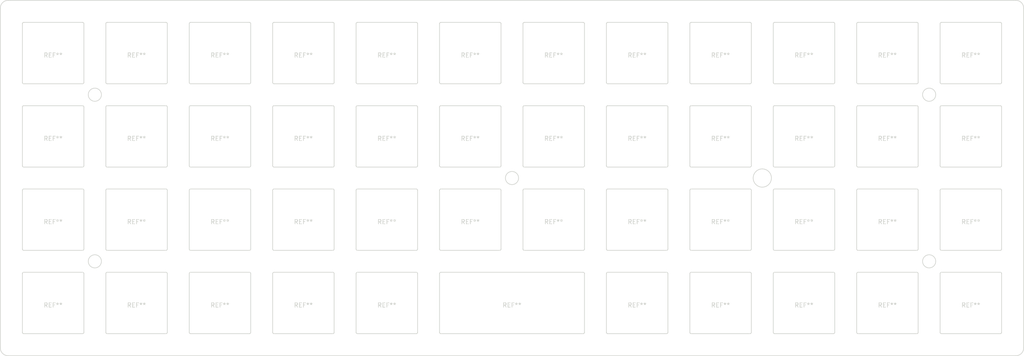
<source format=kicad_pcb>
(kicad_pcb (version 20171130) (host pcbnew 5.0.1)

  (general
    (thickness 1.6)
    (drawings 14)
    (tracks 0)
    (zones 0)
    (modules 47)
    (nets 1)
  )

  (page A4)
  (title_block
    (title SharkPCB)
    (date 2019-02-10)
    (rev V3.0.7)
    (company "Gondolin Electronics")
  )

  (layers
    (0 F.Cu signal)
    (31 B.Cu signal)
    (32 B.Adhes user hide)
    (33 F.Adhes user)
    (34 B.Paste user hide)
    (35 F.Paste user hide)
    (36 B.SilkS user)
    (37 F.SilkS user)
    (38 B.Mask user hide)
    (39 F.Mask user hide)
    (40 Dwgs.User user)
    (41 Cmts.User user)
    (42 Eco1.User user)
    (43 Eco2.User user)
    (44 Edge.Cuts user)
    (45 Margin user hide)
    (46 B.CrtYd user hide)
    (47 F.CrtYd user hide)
    (48 B.Fab user hide)
    (49 F.Fab user hide)
  )

  (setup
    (last_trace_width 0.254)
    (trace_clearance 0.13)
    (zone_clearance 0.127)
    (zone_45_only no)
    (trace_min 0.1)
    (segment_width 0.15)
    (edge_width 0.15)
    (via_size 0.45)
    (via_drill 0.2)
    (via_min_size 0.45)
    (via_min_drill 0.2)
    (uvia_size 0.45)
    (uvia_drill 0.2)
    (uvias_allowed no)
    (uvia_min_size 0.2)
    (uvia_min_drill 0.1)
    (pcb_text_width 0.3)
    (pcb_text_size 1.5 1.5)
    (mod_edge_width 0.15)
    (mod_text_size 1 1)
    (mod_text_width 0.15)
    (pad_size 1 2.2)
    (pad_drill 0.6)
    (pad_to_mask_clearance 0.051)
    (solder_mask_min_width 0.25)
    (aux_axis_origin 0 0)
    (grid_origin 148.463 102.743)
    (visible_elements FFFFFF7F)
    (pcbplotparams
      (layerselection 0x018f0_ffffffff)
      (usegerberextensions true)
      (usegerberattributes false)
      (usegerberadvancedattributes false)
      (creategerberjobfile false)
      (excludeedgelayer false)
      (linewidth 0.100000)
      (plotframeref false)
      (viasonmask false)
      (mode 1)
      (useauxorigin false)
      (hpglpennumber 1)
      (hpglpenspeed 20)
      (hpglpendiameter 15.000000)
      (psnegative false)
      (psa4output false)
      (plotreference true)
      (plotvalue true)
      (plotinvisibletext false)
      (padsonsilk false)
      (subtractmaskfromsilk false)
      (outputformat 1)
      (mirror false)
      (drillshape 0)
      (scaleselection 1)
      (outputdirectory "../../gerbers/1Space/"))
  )

  (net 0 "")

  (net_class Default "This is the default net class."
    (clearance 0.13)
    (trace_width 0.254)
    (via_dia 0.45)
    (via_drill 0.2)
    (uvia_dia 0.45)
    (uvia_drill 0.2)
  )

  (net_class Fine ""
    (clearance 0.13)
    (trace_width 0.13)
    (via_dia 0.508)
    (via_drill 0.2032)
    (uvia_dia 0.45)
    (uvia_drill 0.2)
  )

  (module switchSlots:slot100 (layer F.Cu) (tedit 5C648BB5) (tstamp 5C70FF96)
    (at 233.963 131.243)
    (fp_text reference REF** (at 0 0.5) (layer Edge.Cuts)
      (effects (font (size 1 1) (thickness 0.15)))
    )
    (fp_text value slot100 (at 0 -0.5) (layer F.Fab)
      (effects (font (size 1 1) (thickness 0.15)))
    )
    (fp_line (start 6.7 -7) (end -6.7 -7) (layer Edge.Cuts) (width 0.15))
    (fp_line (start -7 -6.7) (end -7 6.7) (layer Edge.Cuts) (width 0.15))
    (fp_line (start -6.7 7) (end 6.7 7) (layer Edge.Cuts) (width 0.15))
    (fp_line (start 7 6.7) (end 7 -6.7) (layer Edge.Cuts) (width 0.15))
    (fp_arc (start -6.7 -6.7) (end -6.7 -7) (angle -90) (layer Edge.Cuts) (width 0.15))
    (fp_arc (start 6.7 -6.7) (end 7 -6.7) (angle -90) (layer Edge.Cuts) (width 0.15))
    (fp_arc (start 6.7 6.7) (end 6.7 7) (angle -90) (layer Edge.Cuts) (width 0.15))
    (fp_arc (start -6.7 6.7) (end -7 6.7) (angle -90) (layer Edge.Cuts) (width 0.15))
  )

  (module switchSlots:slot100 (layer F.Cu) (tedit 5C648BB5) (tstamp 5C70FF8B)
    (at 233.963 112.243)
    (fp_text reference REF** (at 0 0.5) (layer Edge.Cuts)
      (effects (font (size 1 1) (thickness 0.15)))
    )
    (fp_text value slot100 (at 0 -0.5) (layer F.Fab)
      (effects (font (size 1 1) (thickness 0.15)))
    )
    (fp_arc (start -6.7 6.7) (end -7 6.7) (angle -90) (layer Edge.Cuts) (width 0.15))
    (fp_arc (start 6.7 6.7) (end 6.7 7) (angle -90) (layer Edge.Cuts) (width 0.15))
    (fp_arc (start 6.7 -6.7) (end 7 -6.7) (angle -90) (layer Edge.Cuts) (width 0.15))
    (fp_arc (start -6.7 -6.7) (end -6.7 -7) (angle -90) (layer Edge.Cuts) (width 0.15))
    (fp_line (start 7 6.7) (end 7 -6.7) (layer Edge.Cuts) (width 0.15))
    (fp_line (start -6.7 7) (end 6.7 7) (layer Edge.Cuts) (width 0.15))
    (fp_line (start -7 -6.7) (end -7 6.7) (layer Edge.Cuts) (width 0.15))
    (fp_line (start 6.7 -7) (end -6.7 -7) (layer Edge.Cuts) (width 0.15))
  )

  (module switchSlots:slot100 (layer F.Cu) (tedit 5C648BB5) (tstamp 5C70FF80)
    (at 233.963 74.243)
    (fp_text reference REF** (at 0 0.5) (layer Edge.Cuts)
      (effects (font (size 1 1) (thickness 0.15)))
    )
    (fp_text value slot100 (at 0 -0.5) (layer F.Fab)
      (effects (font (size 1 1) (thickness 0.15)))
    )
    (fp_line (start 6.7 -7) (end -6.7 -7) (layer Edge.Cuts) (width 0.15))
    (fp_line (start -7 -6.7) (end -7 6.7) (layer Edge.Cuts) (width 0.15))
    (fp_line (start -6.7 7) (end 6.7 7) (layer Edge.Cuts) (width 0.15))
    (fp_line (start 7 6.7) (end 7 -6.7) (layer Edge.Cuts) (width 0.15))
    (fp_arc (start -6.7 -6.7) (end -6.7 -7) (angle -90) (layer Edge.Cuts) (width 0.15))
    (fp_arc (start 6.7 -6.7) (end 7 -6.7) (angle -90) (layer Edge.Cuts) (width 0.15))
    (fp_arc (start 6.7 6.7) (end 6.7 7) (angle -90) (layer Edge.Cuts) (width 0.15))
    (fp_arc (start -6.7 6.7) (end -7 6.7) (angle -90) (layer Edge.Cuts) (width 0.15))
  )

  (module switchSlots:slot100 (layer F.Cu) (tedit 5C648BB5) (tstamp 5C70FDE6)
    (at 81.963 131.243)
    (fp_text reference REF** (at 0 0.5) (layer Edge.Cuts)
      (effects (font (size 1 1) (thickness 0.15)))
    )
    (fp_text value slot100 (at 0 -0.5) (layer F.Fab)
      (effects (font (size 1 1) (thickness 0.15)))
    )
    (fp_line (start 6.7 -7) (end -6.7 -7) (layer Edge.Cuts) (width 0.15))
    (fp_line (start -7 -6.7) (end -7 6.7) (layer Edge.Cuts) (width 0.15))
    (fp_line (start -6.7 7) (end 6.7 7) (layer Edge.Cuts) (width 0.15))
    (fp_line (start 7 6.7) (end 7 -6.7) (layer Edge.Cuts) (width 0.15))
    (fp_arc (start -6.7 -6.7) (end -6.7 -7) (angle -90) (layer Edge.Cuts) (width 0.15))
    (fp_arc (start 6.7 -6.7) (end 7 -6.7) (angle -90) (layer Edge.Cuts) (width 0.15))
    (fp_arc (start 6.7 6.7) (end 6.7 7) (angle -90) (layer Edge.Cuts) (width 0.15))
    (fp_arc (start -6.7 6.7) (end -7 6.7) (angle -90) (layer Edge.Cuts) (width 0.15))
  )

  (module switchSlots:slot100 (layer F.Cu) (tedit 5C648BB5) (tstamp 5C70FDDB)
    (at 252.963 131.243)
    (fp_text reference REF** (at 0 0.5) (layer Edge.Cuts)
      (effects (font (size 1 1) (thickness 0.15)))
    )
    (fp_text value slot100 (at 0 -0.5) (layer F.Fab)
      (effects (font (size 1 1) (thickness 0.15)))
    )
    (fp_arc (start -6.7 6.7) (end -7 6.7) (angle -90) (layer Edge.Cuts) (width 0.15))
    (fp_arc (start 6.7 6.7) (end 6.7 7) (angle -90) (layer Edge.Cuts) (width 0.15))
    (fp_arc (start 6.7 -6.7) (end 7 -6.7) (angle -90) (layer Edge.Cuts) (width 0.15))
    (fp_arc (start -6.7 -6.7) (end -6.7 -7) (angle -90) (layer Edge.Cuts) (width 0.15))
    (fp_line (start 7 6.7) (end 7 -6.7) (layer Edge.Cuts) (width 0.15))
    (fp_line (start -6.7 7) (end 6.7 7) (layer Edge.Cuts) (width 0.15))
    (fp_line (start -7 -6.7) (end -7 6.7) (layer Edge.Cuts) (width 0.15))
    (fp_line (start 6.7 -7) (end -6.7 -7) (layer Edge.Cuts) (width 0.15))
  )

  (module switchSlots:slot100 (layer F.Cu) (tedit 5C648BB5) (tstamp 5C70FDC5)
    (at 195.963 131.243)
    (fp_text reference REF** (at 0 0.5) (layer Edge.Cuts)
      (effects (font (size 1 1) (thickness 0.15)))
    )
    (fp_text value slot100 (at 0 -0.5) (layer F.Fab)
      (effects (font (size 1 1) (thickness 0.15)))
    )
    (fp_line (start 6.7 -7) (end -6.7 -7) (layer Edge.Cuts) (width 0.15))
    (fp_line (start -7 -6.7) (end -7 6.7) (layer Edge.Cuts) (width 0.15))
    (fp_line (start -6.7 7) (end 6.7 7) (layer Edge.Cuts) (width 0.15))
    (fp_line (start 7 6.7) (end 7 -6.7) (layer Edge.Cuts) (width 0.15))
    (fp_arc (start -6.7 -6.7) (end -6.7 -7) (angle -90) (layer Edge.Cuts) (width 0.15))
    (fp_arc (start 6.7 -6.7) (end 7 -6.7) (angle -90) (layer Edge.Cuts) (width 0.15))
    (fp_arc (start 6.7 6.7) (end 6.7 7) (angle -90) (layer Edge.Cuts) (width 0.15))
    (fp_arc (start -6.7 6.7) (end -7 6.7) (angle -90) (layer Edge.Cuts) (width 0.15))
  )

  (module switchSlots:slot100 (layer F.Cu) (tedit 5C648BB5) (tstamp 5C70FDBA)
    (at 176.963 131.243)
    (fp_text reference REF** (at 0 0.5) (layer Edge.Cuts)
      (effects (font (size 1 1) (thickness 0.15)))
    )
    (fp_text value slot100 (at 0 -0.5) (layer F.Fab)
      (effects (font (size 1 1) (thickness 0.15)))
    )
    (fp_arc (start -6.7 6.7) (end -7 6.7) (angle -90) (layer Edge.Cuts) (width 0.15))
    (fp_arc (start 6.7 6.7) (end 6.7 7) (angle -90) (layer Edge.Cuts) (width 0.15))
    (fp_arc (start 6.7 -6.7) (end 7 -6.7) (angle -90) (layer Edge.Cuts) (width 0.15))
    (fp_arc (start -6.7 -6.7) (end -6.7 -7) (angle -90) (layer Edge.Cuts) (width 0.15))
    (fp_line (start 7 6.7) (end 7 -6.7) (layer Edge.Cuts) (width 0.15))
    (fp_line (start -6.7 7) (end 6.7 7) (layer Edge.Cuts) (width 0.15))
    (fp_line (start -7 -6.7) (end -7 6.7) (layer Edge.Cuts) (width 0.15))
    (fp_line (start 6.7 -7) (end -6.7 -7) (layer Edge.Cuts) (width 0.15))
  )

  (module switchSlots:slot100 (layer F.Cu) (tedit 5C648BB5) (tstamp 5C70FDA4)
    (at 100.963 131.243)
    (fp_text reference REF** (at 0 0.5) (layer Edge.Cuts)
      (effects (font (size 1 1) (thickness 0.15)))
    )
    (fp_text value slot100 (at 0 -0.5) (layer F.Fab)
      (effects (font (size 1 1) (thickness 0.15)))
    )
    (fp_arc (start -6.7 6.7) (end -7 6.7) (angle -90) (layer Edge.Cuts) (width 0.15))
    (fp_arc (start 6.7 6.7) (end 6.7 7) (angle -90) (layer Edge.Cuts) (width 0.15))
    (fp_arc (start 6.7 -6.7) (end 7 -6.7) (angle -90) (layer Edge.Cuts) (width 0.15))
    (fp_arc (start -6.7 -6.7) (end -6.7 -7) (angle -90) (layer Edge.Cuts) (width 0.15))
    (fp_line (start 7 6.7) (end 7 -6.7) (layer Edge.Cuts) (width 0.15))
    (fp_line (start -6.7 7) (end 6.7 7) (layer Edge.Cuts) (width 0.15))
    (fp_line (start -7 -6.7) (end -7 6.7) (layer Edge.Cuts) (width 0.15))
    (fp_line (start 6.7 -7) (end -6.7 -7) (layer Edge.Cuts) (width 0.15))
  )

  (module switchSlots:slot100 (layer F.Cu) (tedit 5C648BB5) (tstamp 5C70FD99)
    (at 119.963 131.243)
    (fp_text reference REF** (at 0 0.5) (layer Edge.Cuts)
      (effects (font (size 1 1) (thickness 0.15)))
    )
    (fp_text value slot100 (at 0 -0.5) (layer F.Fab)
      (effects (font (size 1 1) (thickness 0.15)))
    )
    (fp_line (start 6.7 -7) (end -6.7 -7) (layer Edge.Cuts) (width 0.15))
    (fp_line (start -7 -6.7) (end -7 6.7) (layer Edge.Cuts) (width 0.15))
    (fp_line (start -6.7 7) (end 6.7 7) (layer Edge.Cuts) (width 0.15))
    (fp_line (start 7 6.7) (end 7 -6.7) (layer Edge.Cuts) (width 0.15))
    (fp_arc (start -6.7 -6.7) (end -6.7 -7) (angle -90) (layer Edge.Cuts) (width 0.15))
    (fp_arc (start 6.7 -6.7) (end 7 -6.7) (angle -90) (layer Edge.Cuts) (width 0.15))
    (fp_arc (start 6.7 6.7) (end 6.7 7) (angle -90) (layer Edge.Cuts) (width 0.15))
    (fp_arc (start -6.7 6.7) (end -7 6.7) (angle -90) (layer Edge.Cuts) (width 0.15))
  )

  (module switchSlots:slot100 (layer F.Cu) (tedit 5C648BB5) (tstamp 5C70FD8E)
    (at 214.963 131.243)
    (fp_text reference REF** (at 0 0.5) (layer Edge.Cuts)
      (effects (font (size 1 1) (thickness 0.15)))
    )
    (fp_text value slot100 (at 0 -0.5) (layer F.Fab)
      (effects (font (size 1 1) (thickness 0.15)))
    )
    (fp_arc (start -6.7 6.7) (end -7 6.7) (angle -90) (layer Edge.Cuts) (width 0.15))
    (fp_arc (start 6.7 6.7) (end 6.7 7) (angle -90) (layer Edge.Cuts) (width 0.15))
    (fp_arc (start 6.7 -6.7) (end 7 -6.7) (angle -90) (layer Edge.Cuts) (width 0.15))
    (fp_arc (start -6.7 -6.7) (end -6.7 -7) (angle -90) (layer Edge.Cuts) (width 0.15))
    (fp_line (start 7 6.7) (end 7 -6.7) (layer Edge.Cuts) (width 0.15))
    (fp_line (start -6.7 7) (end 6.7 7) (layer Edge.Cuts) (width 0.15))
    (fp_line (start -7 -6.7) (end -7 6.7) (layer Edge.Cuts) (width 0.15))
    (fp_line (start 6.7 -7) (end -6.7 -7) (layer Edge.Cuts) (width 0.15))
  )

  (module switchSlots:slot100 (layer F.Cu) (tedit 5C648BB5) (tstamp 5C70FD83)
    (at 62.963 131.243)
    (fp_text reference REF** (at 0 0.5) (layer Edge.Cuts)
      (effects (font (size 1 1) (thickness 0.15)))
    )
    (fp_text value slot100 (at 0 -0.5) (layer F.Fab)
      (effects (font (size 1 1) (thickness 0.15)))
    )
    (fp_arc (start -6.7 6.7) (end -7 6.7) (angle -90) (layer Edge.Cuts) (width 0.15))
    (fp_arc (start 6.7 6.7) (end 6.7 7) (angle -90) (layer Edge.Cuts) (width 0.15))
    (fp_arc (start 6.7 -6.7) (end 7 -6.7) (angle -90) (layer Edge.Cuts) (width 0.15))
    (fp_arc (start -6.7 -6.7) (end -6.7 -7) (angle -90) (layer Edge.Cuts) (width 0.15))
    (fp_line (start 7 6.7) (end 7 -6.7) (layer Edge.Cuts) (width 0.15))
    (fp_line (start -6.7 7) (end 6.7 7) (layer Edge.Cuts) (width 0.15))
    (fp_line (start -7 -6.7) (end -7 6.7) (layer Edge.Cuts) (width 0.15))
    (fp_line (start 6.7 -7) (end -6.7 -7) (layer Edge.Cuts) (width 0.15))
  )

  (module switchSlots:slot100 (layer F.Cu) (tedit 5C648BB5) (tstamp 5C70FD78)
    (at 43.963 131.243)
    (fp_text reference REF** (at 0 0.5) (layer Edge.Cuts)
      (effects (font (size 1 1) (thickness 0.15)))
    )
    (fp_text value slot100 (at 0 -0.5) (layer F.Fab)
      (effects (font (size 1 1) (thickness 0.15)))
    )
    (fp_line (start 6.7 -7) (end -6.7 -7) (layer Edge.Cuts) (width 0.15))
    (fp_line (start -7 -6.7) (end -7 6.7) (layer Edge.Cuts) (width 0.15))
    (fp_line (start -6.7 7) (end 6.7 7) (layer Edge.Cuts) (width 0.15))
    (fp_line (start 7 6.7) (end 7 -6.7) (layer Edge.Cuts) (width 0.15))
    (fp_arc (start -6.7 -6.7) (end -6.7 -7) (angle -90) (layer Edge.Cuts) (width 0.15))
    (fp_arc (start 6.7 -6.7) (end 7 -6.7) (angle -90) (layer Edge.Cuts) (width 0.15))
    (fp_arc (start 6.7 6.7) (end 6.7 7) (angle -90) (layer Edge.Cuts) (width 0.15))
    (fp_arc (start -6.7 6.7) (end -7 6.7) (angle -90) (layer Edge.Cuts) (width 0.15))
  )

  (module switchSlots:slot100 (layer F.Cu) (tedit 5C648BB5) (tstamp 5C70FCF4)
    (at 195.963 112.243)
    (fp_text reference REF** (at 0 0.5) (layer Edge.Cuts)
      (effects (font (size 1 1) (thickness 0.15)))
    )
    (fp_text value slot100 (at 0 -0.5) (layer F.Fab)
      (effects (font (size 1 1) (thickness 0.15)))
    )
    (fp_arc (start -6.7 6.7) (end -7 6.7) (angle -90) (layer Edge.Cuts) (width 0.15))
    (fp_arc (start 6.7 6.7) (end 6.7 7) (angle -90) (layer Edge.Cuts) (width 0.15))
    (fp_arc (start 6.7 -6.7) (end 7 -6.7) (angle -90) (layer Edge.Cuts) (width 0.15))
    (fp_arc (start -6.7 -6.7) (end -6.7 -7) (angle -90) (layer Edge.Cuts) (width 0.15))
    (fp_line (start 7 6.7) (end 7 -6.7) (layer Edge.Cuts) (width 0.15))
    (fp_line (start -6.7 7) (end 6.7 7) (layer Edge.Cuts) (width 0.15))
    (fp_line (start -7 -6.7) (end -7 6.7) (layer Edge.Cuts) (width 0.15))
    (fp_line (start 6.7 -7) (end -6.7 -7) (layer Edge.Cuts) (width 0.15))
  )

  (module switchSlots:slot100 (layer F.Cu) (tedit 5C648BB5) (tstamp 5C70FCE9)
    (at 252.963 112.243)
    (fp_text reference REF** (at 0 0.5) (layer Edge.Cuts)
      (effects (font (size 1 1) (thickness 0.15)))
    )
    (fp_text value slot100 (at 0 -0.5) (layer F.Fab)
      (effects (font (size 1 1) (thickness 0.15)))
    )
    (fp_line (start 6.7 -7) (end -6.7 -7) (layer Edge.Cuts) (width 0.15))
    (fp_line (start -7 -6.7) (end -7 6.7) (layer Edge.Cuts) (width 0.15))
    (fp_line (start -6.7 7) (end 6.7 7) (layer Edge.Cuts) (width 0.15))
    (fp_line (start 7 6.7) (end 7 -6.7) (layer Edge.Cuts) (width 0.15))
    (fp_arc (start -6.7 -6.7) (end -6.7 -7) (angle -90) (layer Edge.Cuts) (width 0.15))
    (fp_arc (start 6.7 -6.7) (end 7 -6.7) (angle -90) (layer Edge.Cuts) (width 0.15))
    (fp_arc (start 6.7 6.7) (end 6.7 7) (angle -90) (layer Edge.Cuts) (width 0.15))
    (fp_arc (start -6.7 6.7) (end -7 6.7) (angle -90) (layer Edge.Cuts) (width 0.15))
  )

  (module switchSlots:slot100 (layer F.Cu) (tedit 5C648BB5) (tstamp 5C70FCDE)
    (at 81.963 112.243)
    (fp_text reference REF** (at 0 0.5) (layer Edge.Cuts)
      (effects (font (size 1 1) (thickness 0.15)))
    )
    (fp_text value slot100 (at 0 -0.5) (layer F.Fab)
      (effects (font (size 1 1) (thickness 0.15)))
    )
    (fp_arc (start -6.7 6.7) (end -7 6.7) (angle -90) (layer Edge.Cuts) (width 0.15))
    (fp_arc (start 6.7 6.7) (end 6.7 7) (angle -90) (layer Edge.Cuts) (width 0.15))
    (fp_arc (start 6.7 -6.7) (end 7 -6.7) (angle -90) (layer Edge.Cuts) (width 0.15))
    (fp_arc (start -6.7 -6.7) (end -6.7 -7) (angle -90) (layer Edge.Cuts) (width 0.15))
    (fp_line (start 7 6.7) (end 7 -6.7) (layer Edge.Cuts) (width 0.15))
    (fp_line (start -6.7 7) (end 6.7 7) (layer Edge.Cuts) (width 0.15))
    (fp_line (start -7 -6.7) (end -7 6.7) (layer Edge.Cuts) (width 0.15))
    (fp_line (start 6.7 -7) (end -6.7 -7) (layer Edge.Cuts) (width 0.15))
  )

  (module switchSlots:slot100 (layer F.Cu) (tedit 5C648BB5) (tstamp 5C70FCD3)
    (at 176.963 112.243)
    (fp_text reference REF** (at 0 0.5) (layer Edge.Cuts)
      (effects (font (size 1 1) (thickness 0.15)))
    )
    (fp_text value slot100 (at 0 -0.5) (layer F.Fab)
      (effects (font (size 1 1) (thickness 0.15)))
    )
    (fp_line (start 6.7 -7) (end -6.7 -7) (layer Edge.Cuts) (width 0.15))
    (fp_line (start -7 -6.7) (end -7 6.7) (layer Edge.Cuts) (width 0.15))
    (fp_line (start -6.7 7) (end 6.7 7) (layer Edge.Cuts) (width 0.15))
    (fp_line (start 7 6.7) (end 7 -6.7) (layer Edge.Cuts) (width 0.15))
    (fp_arc (start -6.7 -6.7) (end -6.7 -7) (angle -90) (layer Edge.Cuts) (width 0.15))
    (fp_arc (start 6.7 -6.7) (end 7 -6.7) (angle -90) (layer Edge.Cuts) (width 0.15))
    (fp_arc (start 6.7 6.7) (end 6.7 7) (angle -90) (layer Edge.Cuts) (width 0.15))
    (fp_arc (start -6.7 6.7) (end -7 6.7) (angle -90) (layer Edge.Cuts) (width 0.15))
  )

  (module switchSlots:slot100 (layer F.Cu) (tedit 5C648BB5) (tstamp 5C70FCC8)
    (at 62.963 112.243)
    (fp_text reference REF** (at 0 0.5) (layer Edge.Cuts)
      (effects (font (size 1 1) (thickness 0.15)))
    )
    (fp_text value slot100 (at 0 -0.5) (layer F.Fab)
      (effects (font (size 1 1) (thickness 0.15)))
    )
    (fp_line (start 6.7 -7) (end -6.7 -7) (layer Edge.Cuts) (width 0.15))
    (fp_line (start -7 -6.7) (end -7 6.7) (layer Edge.Cuts) (width 0.15))
    (fp_line (start -6.7 7) (end 6.7 7) (layer Edge.Cuts) (width 0.15))
    (fp_line (start 7 6.7) (end 7 -6.7) (layer Edge.Cuts) (width 0.15))
    (fp_arc (start -6.7 -6.7) (end -6.7 -7) (angle -90) (layer Edge.Cuts) (width 0.15))
    (fp_arc (start 6.7 -6.7) (end 7 -6.7) (angle -90) (layer Edge.Cuts) (width 0.15))
    (fp_arc (start 6.7 6.7) (end 6.7 7) (angle -90) (layer Edge.Cuts) (width 0.15))
    (fp_arc (start -6.7 6.7) (end -7 6.7) (angle -90) (layer Edge.Cuts) (width 0.15))
  )

  (module switchSlots:slot100 (layer F.Cu) (tedit 5C648BB5) (tstamp 5C70FCBD)
    (at 43.963 112.243)
    (fp_text reference REF** (at 0 0.5) (layer Edge.Cuts)
      (effects (font (size 1 1) (thickness 0.15)))
    )
    (fp_text value slot100 (at 0 -0.5) (layer F.Fab)
      (effects (font (size 1 1) (thickness 0.15)))
    )
    (fp_arc (start -6.7 6.7) (end -7 6.7) (angle -90) (layer Edge.Cuts) (width 0.15))
    (fp_arc (start 6.7 6.7) (end 6.7 7) (angle -90) (layer Edge.Cuts) (width 0.15))
    (fp_arc (start 6.7 -6.7) (end 7 -6.7) (angle -90) (layer Edge.Cuts) (width 0.15))
    (fp_arc (start -6.7 -6.7) (end -6.7 -7) (angle -90) (layer Edge.Cuts) (width 0.15))
    (fp_line (start 7 6.7) (end 7 -6.7) (layer Edge.Cuts) (width 0.15))
    (fp_line (start -6.7 7) (end 6.7 7) (layer Edge.Cuts) (width 0.15))
    (fp_line (start -7 -6.7) (end -7 6.7) (layer Edge.Cuts) (width 0.15))
    (fp_line (start 6.7 -7) (end -6.7 -7) (layer Edge.Cuts) (width 0.15))
  )

  (module switchSlots:slot100 (layer F.Cu) (tedit 5C648BB5) (tstamp 5C70FCB2)
    (at 138.963 112.243)
    (fp_text reference REF** (at 0 0.5) (layer Edge.Cuts)
      (effects (font (size 1 1) (thickness 0.15)))
    )
    (fp_text value slot100 (at 0 -0.5) (layer F.Fab)
      (effects (font (size 1 1) (thickness 0.15)))
    )
    (fp_line (start 6.7 -7) (end -6.7 -7) (layer Edge.Cuts) (width 0.15))
    (fp_line (start -7 -6.7) (end -7 6.7) (layer Edge.Cuts) (width 0.15))
    (fp_line (start -6.7 7) (end 6.7 7) (layer Edge.Cuts) (width 0.15))
    (fp_line (start 7 6.7) (end 7 -6.7) (layer Edge.Cuts) (width 0.15))
    (fp_arc (start -6.7 -6.7) (end -6.7 -7) (angle -90) (layer Edge.Cuts) (width 0.15))
    (fp_arc (start 6.7 -6.7) (end 7 -6.7) (angle -90) (layer Edge.Cuts) (width 0.15))
    (fp_arc (start 6.7 6.7) (end 6.7 7) (angle -90) (layer Edge.Cuts) (width 0.15))
    (fp_arc (start -6.7 6.7) (end -7 6.7) (angle -90) (layer Edge.Cuts) (width 0.15))
  )

  (module switchSlots:slot100 (layer F.Cu) (tedit 5C648BB5) (tstamp 5C70FCA7)
    (at 157.963 112.243)
    (fp_text reference REF** (at 0 0.5) (layer Edge.Cuts)
      (effects (font (size 1 1) (thickness 0.15)))
    )
    (fp_text value slot100 (at 0 -0.5) (layer F.Fab)
      (effects (font (size 1 1) (thickness 0.15)))
    )
    (fp_arc (start -6.7 6.7) (end -7 6.7) (angle -90) (layer Edge.Cuts) (width 0.15))
    (fp_arc (start 6.7 6.7) (end 6.7 7) (angle -90) (layer Edge.Cuts) (width 0.15))
    (fp_arc (start 6.7 -6.7) (end 7 -6.7) (angle -90) (layer Edge.Cuts) (width 0.15))
    (fp_arc (start -6.7 -6.7) (end -6.7 -7) (angle -90) (layer Edge.Cuts) (width 0.15))
    (fp_line (start 7 6.7) (end 7 -6.7) (layer Edge.Cuts) (width 0.15))
    (fp_line (start -6.7 7) (end 6.7 7) (layer Edge.Cuts) (width 0.15))
    (fp_line (start -7 -6.7) (end -7 6.7) (layer Edge.Cuts) (width 0.15))
    (fp_line (start 6.7 -7) (end -6.7 -7) (layer Edge.Cuts) (width 0.15))
  )

  (module switchSlots:slot100 (layer F.Cu) (tedit 5C648BB5) (tstamp 5C70FC9C)
    (at 100.963 112.243)
    (fp_text reference REF** (at 0 0.5) (layer Edge.Cuts)
      (effects (font (size 1 1) (thickness 0.15)))
    )
    (fp_text value slot100 (at 0 -0.5) (layer F.Fab)
      (effects (font (size 1 1) (thickness 0.15)))
    )
    (fp_line (start 6.7 -7) (end -6.7 -7) (layer Edge.Cuts) (width 0.15))
    (fp_line (start -7 -6.7) (end -7 6.7) (layer Edge.Cuts) (width 0.15))
    (fp_line (start -6.7 7) (end 6.7 7) (layer Edge.Cuts) (width 0.15))
    (fp_line (start 7 6.7) (end 7 -6.7) (layer Edge.Cuts) (width 0.15))
    (fp_arc (start -6.7 -6.7) (end -6.7 -7) (angle -90) (layer Edge.Cuts) (width 0.15))
    (fp_arc (start 6.7 -6.7) (end 7 -6.7) (angle -90) (layer Edge.Cuts) (width 0.15))
    (fp_arc (start 6.7 6.7) (end 6.7 7) (angle -90) (layer Edge.Cuts) (width 0.15))
    (fp_arc (start -6.7 6.7) (end -7 6.7) (angle -90) (layer Edge.Cuts) (width 0.15))
  )

  (module switchSlots:slot100 (layer F.Cu) (tedit 5C648BB5) (tstamp 5C70FC91)
    (at 214.963 112.243)
    (fp_text reference REF** (at 0 0.5) (layer Edge.Cuts)
      (effects (font (size 1 1) (thickness 0.15)))
    )
    (fp_text value slot100 (at 0 -0.5) (layer F.Fab)
      (effects (font (size 1 1) (thickness 0.15)))
    )
    (fp_line (start 6.7 -7) (end -6.7 -7) (layer Edge.Cuts) (width 0.15))
    (fp_line (start -7 -6.7) (end -7 6.7) (layer Edge.Cuts) (width 0.15))
    (fp_line (start -6.7 7) (end 6.7 7) (layer Edge.Cuts) (width 0.15))
    (fp_line (start 7 6.7) (end 7 -6.7) (layer Edge.Cuts) (width 0.15))
    (fp_arc (start -6.7 -6.7) (end -6.7 -7) (angle -90) (layer Edge.Cuts) (width 0.15))
    (fp_arc (start 6.7 -6.7) (end 7 -6.7) (angle -90) (layer Edge.Cuts) (width 0.15))
    (fp_arc (start 6.7 6.7) (end 6.7 7) (angle -90) (layer Edge.Cuts) (width 0.15))
    (fp_arc (start -6.7 6.7) (end -7 6.7) (angle -90) (layer Edge.Cuts) (width 0.15))
  )

  (module switchSlots:slot100 (layer F.Cu) (tedit 5C648BB5) (tstamp 5C70FC86)
    (at 119.963 112.243)
    (fp_text reference REF** (at 0 0.5) (layer Edge.Cuts)
      (effects (font (size 1 1) (thickness 0.15)))
    )
    (fp_text value slot100 (at 0 -0.5) (layer F.Fab)
      (effects (font (size 1 1) (thickness 0.15)))
    )
    (fp_arc (start -6.7 6.7) (end -7 6.7) (angle -90) (layer Edge.Cuts) (width 0.15))
    (fp_arc (start 6.7 6.7) (end 6.7 7) (angle -90) (layer Edge.Cuts) (width 0.15))
    (fp_arc (start 6.7 -6.7) (end 7 -6.7) (angle -90) (layer Edge.Cuts) (width 0.15))
    (fp_arc (start -6.7 -6.7) (end -6.7 -7) (angle -90) (layer Edge.Cuts) (width 0.15))
    (fp_line (start 7 6.7) (end 7 -6.7) (layer Edge.Cuts) (width 0.15))
    (fp_line (start -6.7 7) (end 6.7 7) (layer Edge.Cuts) (width 0.15))
    (fp_line (start -7 -6.7) (end -7 6.7) (layer Edge.Cuts) (width 0.15))
    (fp_line (start 6.7 -7) (end -6.7 -7) (layer Edge.Cuts) (width 0.15))
  )

  (module switchSlots:slot100 (layer F.Cu) (tedit 5C648BB5) (tstamp 5C70FC02)
    (at 119.963 74.243)
    (fp_text reference REF** (at 0 0.5) (layer Edge.Cuts)
      (effects (font (size 1 1) (thickness 0.15)))
    )
    (fp_text value slot100 (at 0 -0.5) (layer F.Fab)
      (effects (font (size 1 1) (thickness 0.15)))
    )
    (fp_line (start 6.7 -7) (end -6.7 -7) (layer Edge.Cuts) (width 0.15))
    (fp_line (start -7 -6.7) (end -7 6.7) (layer Edge.Cuts) (width 0.15))
    (fp_line (start -6.7 7) (end 6.7 7) (layer Edge.Cuts) (width 0.15))
    (fp_line (start 7 6.7) (end 7 -6.7) (layer Edge.Cuts) (width 0.15))
    (fp_arc (start -6.7 -6.7) (end -6.7 -7) (angle -90) (layer Edge.Cuts) (width 0.15))
    (fp_arc (start 6.7 -6.7) (end 7 -6.7) (angle -90) (layer Edge.Cuts) (width 0.15))
    (fp_arc (start 6.7 6.7) (end 6.7 7) (angle -90) (layer Edge.Cuts) (width 0.15))
    (fp_arc (start -6.7 6.7) (end -7 6.7) (angle -90) (layer Edge.Cuts) (width 0.15))
  )

  (module switchSlots:slot100 (layer F.Cu) (tedit 5C648BB5) (tstamp 5C70FBF7)
    (at 157.963 74.243)
    (fp_text reference REF** (at 0 0.5) (layer Edge.Cuts)
      (effects (font (size 1 1) (thickness 0.15)))
    )
    (fp_text value slot100 (at 0 -0.5) (layer F.Fab)
      (effects (font (size 1 1) (thickness 0.15)))
    )
    (fp_line (start 6.7 -7) (end -6.7 -7) (layer Edge.Cuts) (width 0.15))
    (fp_line (start -7 -6.7) (end -7 6.7) (layer Edge.Cuts) (width 0.15))
    (fp_line (start -6.7 7) (end 6.7 7) (layer Edge.Cuts) (width 0.15))
    (fp_line (start 7 6.7) (end 7 -6.7) (layer Edge.Cuts) (width 0.15))
    (fp_arc (start -6.7 -6.7) (end -6.7 -7) (angle -90) (layer Edge.Cuts) (width 0.15))
    (fp_arc (start 6.7 -6.7) (end 7 -6.7) (angle -90) (layer Edge.Cuts) (width 0.15))
    (fp_arc (start 6.7 6.7) (end 6.7 7) (angle -90) (layer Edge.Cuts) (width 0.15))
    (fp_arc (start -6.7 6.7) (end -7 6.7) (angle -90) (layer Edge.Cuts) (width 0.15))
  )

  (module switchSlots:slot100 (layer F.Cu) (tedit 5C648BB5) (tstamp 5C70FBEC)
    (at 138.963 74.243)
    (fp_text reference REF** (at 0 0.5) (layer Edge.Cuts)
      (effects (font (size 1 1) (thickness 0.15)))
    )
    (fp_text value slot100 (at 0 -0.5) (layer F.Fab)
      (effects (font (size 1 1) (thickness 0.15)))
    )
    (fp_arc (start -6.7 6.7) (end -7 6.7) (angle -90) (layer Edge.Cuts) (width 0.15))
    (fp_arc (start 6.7 6.7) (end 6.7 7) (angle -90) (layer Edge.Cuts) (width 0.15))
    (fp_arc (start 6.7 -6.7) (end 7 -6.7) (angle -90) (layer Edge.Cuts) (width 0.15))
    (fp_arc (start -6.7 -6.7) (end -6.7 -7) (angle -90) (layer Edge.Cuts) (width 0.15))
    (fp_line (start 7 6.7) (end 7 -6.7) (layer Edge.Cuts) (width 0.15))
    (fp_line (start -6.7 7) (end 6.7 7) (layer Edge.Cuts) (width 0.15))
    (fp_line (start -7 -6.7) (end -7 6.7) (layer Edge.Cuts) (width 0.15))
    (fp_line (start 6.7 -7) (end -6.7 -7) (layer Edge.Cuts) (width 0.15))
  )

  (module switchSlots:slot100 (layer F.Cu) (tedit 5C648BB5) (tstamp 5C70FBE1)
    (at 100.963 74.243)
    (fp_text reference REF** (at 0 0.5) (layer Edge.Cuts)
      (effects (font (size 1 1) (thickness 0.15)))
    )
    (fp_text value slot100 (at 0 -0.5) (layer F.Fab)
      (effects (font (size 1 1) (thickness 0.15)))
    )
    (fp_arc (start -6.7 6.7) (end -7 6.7) (angle -90) (layer Edge.Cuts) (width 0.15))
    (fp_arc (start 6.7 6.7) (end 6.7 7) (angle -90) (layer Edge.Cuts) (width 0.15))
    (fp_arc (start 6.7 -6.7) (end 7 -6.7) (angle -90) (layer Edge.Cuts) (width 0.15))
    (fp_arc (start -6.7 -6.7) (end -6.7 -7) (angle -90) (layer Edge.Cuts) (width 0.15))
    (fp_line (start 7 6.7) (end 7 -6.7) (layer Edge.Cuts) (width 0.15))
    (fp_line (start -6.7 7) (end 6.7 7) (layer Edge.Cuts) (width 0.15))
    (fp_line (start -7 -6.7) (end -7 6.7) (layer Edge.Cuts) (width 0.15))
    (fp_line (start 6.7 -7) (end -6.7 -7) (layer Edge.Cuts) (width 0.15))
  )

  (module switchSlots:slot100 (layer F.Cu) (tedit 5C648BB5) (tstamp 5C70FBD6)
    (at 195.963 74.243)
    (fp_text reference REF** (at 0 0.5) (layer Edge.Cuts)
      (effects (font (size 1 1) (thickness 0.15)))
    )
    (fp_text value slot100 (at 0 -0.5) (layer F.Fab)
      (effects (font (size 1 1) (thickness 0.15)))
    )
    (fp_line (start 6.7 -7) (end -6.7 -7) (layer Edge.Cuts) (width 0.15))
    (fp_line (start -7 -6.7) (end -7 6.7) (layer Edge.Cuts) (width 0.15))
    (fp_line (start -6.7 7) (end 6.7 7) (layer Edge.Cuts) (width 0.15))
    (fp_line (start 7 6.7) (end 7 -6.7) (layer Edge.Cuts) (width 0.15))
    (fp_arc (start -6.7 -6.7) (end -6.7 -7) (angle -90) (layer Edge.Cuts) (width 0.15))
    (fp_arc (start 6.7 -6.7) (end 7 -6.7) (angle -90) (layer Edge.Cuts) (width 0.15))
    (fp_arc (start 6.7 6.7) (end 6.7 7) (angle -90) (layer Edge.Cuts) (width 0.15))
    (fp_arc (start -6.7 6.7) (end -7 6.7) (angle -90) (layer Edge.Cuts) (width 0.15))
  )

  (module switchSlots:slot100 (layer F.Cu) (tedit 5C648BB5) (tstamp 5C70FBCB)
    (at 176.963 74.243)
    (fp_text reference REF** (at 0 0.5) (layer Edge.Cuts)
      (effects (font (size 1 1) (thickness 0.15)))
    )
    (fp_text value slot100 (at 0 -0.5) (layer F.Fab)
      (effects (font (size 1 1) (thickness 0.15)))
    )
    (fp_arc (start -6.7 6.7) (end -7 6.7) (angle -90) (layer Edge.Cuts) (width 0.15))
    (fp_arc (start 6.7 6.7) (end 6.7 7) (angle -90) (layer Edge.Cuts) (width 0.15))
    (fp_arc (start 6.7 -6.7) (end 7 -6.7) (angle -90) (layer Edge.Cuts) (width 0.15))
    (fp_arc (start -6.7 -6.7) (end -6.7 -7) (angle -90) (layer Edge.Cuts) (width 0.15))
    (fp_line (start 7 6.7) (end 7 -6.7) (layer Edge.Cuts) (width 0.15))
    (fp_line (start -6.7 7) (end 6.7 7) (layer Edge.Cuts) (width 0.15))
    (fp_line (start -7 -6.7) (end -7 6.7) (layer Edge.Cuts) (width 0.15))
    (fp_line (start 6.7 -7) (end -6.7 -7) (layer Edge.Cuts) (width 0.15))
  )

  (module switchSlots:slot100 (layer F.Cu) (tedit 5C648BB5) (tstamp 5C70FBC0)
    (at 252.963 74.243)
    (fp_text reference REF** (at 0 0.5) (layer Edge.Cuts)
      (effects (font (size 1 1) (thickness 0.15)))
    )
    (fp_text value slot100 (at 0 -0.5) (layer F.Fab)
      (effects (font (size 1 1) (thickness 0.15)))
    )
    (fp_arc (start -6.7 6.7) (end -7 6.7) (angle -90) (layer Edge.Cuts) (width 0.15))
    (fp_arc (start 6.7 6.7) (end 6.7 7) (angle -90) (layer Edge.Cuts) (width 0.15))
    (fp_arc (start 6.7 -6.7) (end 7 -6.7) (angle -90) (layer Edge.Cuts) (width 0.15))
    (fp_arc (start -6.7 -6.7) (end -6.7 -7) (angle -90) (layer Edge.Cuts) (width 0.15))
    (fp_line (start 7 6.7) (end 7 -6.7) (layer Edge.Cuts) (width 0.15))
    (fp_line (start -6.7 7) (end 6.7 7) (layer Edge.Cuts) (width 0.15))
    (fp_line (start -7 -6.7) (end -7 6.7) (layer Edge.Cuts) (width 0.15))
    (fp_line (start 6.7 -7) (end -6.7 -7) (layer Edge.Cuts) (width 0.15))
  )

  (module switchSlots:slot100 (layer F.Cu) (tedit 5C648BB5) (tstamp 5C70FBB5)
    (at 81.963 74.243)
    (fp_text reference REF** (at 0 0.5) (layer Edge.Cuts)
      (effects (font (size 1 1) (thickness 0.15)))
    )
    (fp_text value slot100 (at 0 -0.5) (layer F.Fab)
      (effects (font (size 1 1) (thickness 0.15)))
    )
    (fp_line (start 6.7 -7) (end -6.7 -7) (layer Edge.Cuts) (width 0.15))
    (fp_line (start -7 -6.7) (end -7 6.7) (layer Edge.Cuts) (width 0.15))
    (fp_line (start -6.7 7) (end 6.7 7) (layer Edge.Cuts) (width 0.15))
    (fp_line (start 7 6.7) (end 7 -6.7) (layer Edge.Cuts) (width 0.15))
    (fp_arc (start -6.7 -6.7) (end -6.7 -7) (angle -90) (layer Edge.Cuts) (width 0.15))
    (fp_arc (start 6.7 -6.7) (end 7 -6.7) (angle -90) (layer Edge.Cuts) (width 0.15))
    (fp_arc (start 6.7 6.7) (end 6.7 7) (angle -90) (layer Edge.Cuts) (width 0.15))
    (fp_arc (start -6.7 6.7) (end -7 6.7) (angle -90) (layer Edge.Cuts) (width 0.15))
  )

  (module switchSlots:slot100 (layer F.Cu) (tedit 5C648BB5) (tstamp 5C70FBAA)
    (at 62.963 74.243)
    (fp_text reference REF** (at 0 0.5) (layer Edge.Cuts)
      (effects (font (size 1 1) (thickness 0.15)))
    )
    (fp_text value slot100 (at 0 -0.5) (layer F.Fab)
      (effects (font (size 1 1) (thickness 0.15)))
    )
    (fp_arc (start -6.7 6.7) (end -7 6.7) (angle -90) (layer Edge.Cuts) (width 0.15))
    (fp_arc (start 6.7 6.7) (end 6.7 7) (angle -90) (layer Edge.Cuts) (width 0.15))
    (fp_arc (start 6.7 -6.7) (end 7 -6.7) (angle -90) (layer Edge.Cuts) (width 0.15))
    (fp_arc (start -6.7 -6.7) (end -6.7 -7) (angle -90) (layer Edge.Cuts) (width 0.15))
    (fp_line (start 7 6.7) (end 7 -6.7) (layer Edge.Cuts) (width 0.15))
    (fp_line (start -6.7 7) (end 6.7 7) (layer Edge.Cuts) (width 0.15))
    (fp_line (start -7 -6.7) (end -7 6.7) (layer Edge.Cuts) (width 0.15))
    (fp_line (start 6.7 -7) (end -6.7 -7) (layer Edge.Cuts) (width 0.15))
  )

  (module switchSlots:slot100 (layer F.Cu) (tedit 5C648BB5) (tstamp 5C70FB9F)
    (at 214.963 74.243)
    (fp_text reference REF** (at 0 0.5) (layer Edge.Cuts)
      (effects (font (size 1 1) (thickness 0.15)))
    )
    (fp_text value slot100 (at 0 -0.5) (layer F.Fab)
      (effects (font (size 1 1) (thickness 0.15)))
    )
    (fp_arc (start -6.7 6.7) (end -7 6.7) (angle -90) (layer Edge.Cuts) (width 0.15))
    (fp_arc (start 6.7 6.7) (end 6.7 7) (angle -90) (layer Edge.Cuts) (width 0.15))
    (fp_arc (start 6.7 -6.7) (end 7 -6.7) (angle -90) (layer Edge.Cuts) (width 0.15))
    (fp_arc (start -6.7 -6.7) (end -6.7 -7) (angle -90) (layer Edge.Cuts) (width 0.15))
    (fp_line (start 7 6.7) (end 7 -6.7) (layer Edge.Cuts) (width 0.15))
    (fp_line (start -6.7 7) (end 6.7 7) (layer Edge.Cuts) (width 0.15))
    (fp_line (start -7 -6.7) (end -7 6.7) (layer Edge.Cuts) (width 0.15))
    (fp_line (start 6.7 -7) (end -6.7 -7) (layer Edge.Cuts) (width 0.15))
  )

  (module switchSlots:slot100 (layer F.Cu) (tedit 5C648BB5) (tstamp 5C70FB94)
    (at 43.963 74.243)
    (fp_text reference REF** (at 0 0.5) (layer Edge.Cuts)
      (effects (font (size 1 1) (thickness 0.15)))
    )
    (fp_text value slot100 (at 0 -0.5) (layer F.Fab)
      (effects (font (size 1 1) (thickness 0.15)))
    )
    (fp_line (start 6.7 -7) (end -6.7 -7) (layer Edge.Cuts) (width 0.15))
    (fp_line (start -7 -6.7) (end -7 6.7) (layer Edge.Cuts) (width 0.15))
    (fp_line (start -6.7 7) (end 6.7 7) (layer Edge.Cuts) (width 0.15))
    (fp_line (start 7 6.7) (end 7 -6.7) (layer Edge.Cuts) (width 0.15))
    (fp_arc (start -6.7 -6.7) (end -6.7 -7) (angle -90) (layer Edge.Cuts) (width 0.15))
    (fp_arc (start 6.7 -6.7) (end 7 -6.7) (angle -90) (layer Edge.Cuts) (width 0.15))
    (fp_arc (start 6.7 6.7) (end 6.7 7) (angle -90) (layer Edge.Cuts) (width 0.15))
    (fp_arc (start -6.7 6.7) (end -7 6.7) (angle -90) (layer Edge.Cuts) (width 0.15))
  )

  (module switchSlots:slot100 (layer F.Cu) (tedit 5C648BB5) (tstamp 5C70FAFA)
    (at 252.963 93.243)
    (fp_text reference REF** (at 0 0.5) (layer Edge.Cuts)
      (effects (font (size 1 1) (thickness 0.15)))
    )
    (fp_text value slot100 (at 0 -0.5) (layer F.Fab)
      (effects (font (size 1 1) (thickness 0.15)))
    )
    (fp_line (start 6.7 -7) (end -6.7 -7) (layer Edge.Cuts) (width 0.15))
    (fp_line (start -7 -6.7) (end -7 6.7) (layer Edge.Cuts) (width 0.15))
    (fp_line (start -6.7 7) (end 6.7 7) (layer Edge.Cuts) (width 0.15))
    (fp_line (start 7 6.7) (end 7 -6.7) (layer Edge.Cuts) (width 0.15))
    (fp_arc (start -6.7 -6.7) (end -6.7 -7) (angle -90) (layer Edge.Cuts) (width 0.15))
    (fp_arc (start 6.7 -6.7) (end 7 -6.7) (angle -90) (layer Edge.Cuts) (width 0.15))
    (fp_arc (start 6.7 6.7) (end 6.7 7) (angle -90) (layer Edge.Cuts) (width 0.15))
    (fp_arc (start -6.7 6.7) (end -7 6.7) (angle -90) (layer Edge.Cuts) (width 0.15))
  )

  (module switchSlots:slot100 (layer F.Cu) (tedit 5C648BB5) (tstamp 5C70FAE4)
    (at 233.963 93.243)
    (fp_text reference REF** (at 0 0.5) (layer Edge.Cuts)
      (effects (font (size 1 1) (thickness 0.15)))
    )
    (fp_text value slot100 (at 0 -0.5) (layer F.Fab)
      (effects (font (size 1 1) (thickness 0.15)))
    )
    (fp_arc (start -6.7 6.7) (end -7 6.7) (angle -90) (layer Edge.Cuts) (width 0.15))
    (fp_arc (start 6.7 6.7) (end 6.7 7) (angle -90) (layer Edge.Cuts) (width 0.15))
    (fp_arc (start 6.7 -6.7) (end 7 -6.7) (angle -90) (layer Edge.Cuts) (width 0.15))
    (fp_arc (start -6.7 -6.7) (end -6.7 -7) (angle -90) (layer Edge.Cuts) (width 0.15))
    (fp_line (start 7 6.7) (end 7 -6.7) (layer Edge.Cuts) (width 0.15))
    (fp_line (start -6.7 7) (end 6.7 7) (layer Edge.Cuts) (width 0.15))
    (fp_line (start -7 -6.7) (end -7 6.7) (layer Edge.Cuts) (width 0.15))
    (fp_line (start 6.7 -7) (end -6.7 -7) (layer Edge.Cuts) (width 0.15))
  )

  (module switchSlots:slot100 (layer F.Cu) (tedit 5C648BB5) (tstamp 5C70FACE)
    (at 214.963 93.243)
    (fp_text reference REF** (at 0 0.5) (layer Edge.Cuts)
      (effects (font (size 1 1) (thickness 0.15)))
    )
    (fp_text value slot100 (at 0 -0.5) (layer F.Fab)
      (effects (font (size 1 1) (thickness 0.15)))
    )
    (fp_line (start 6.7 -7) (end -6.7 -7) (layer Edge.Cuts) (width 0.15))
    (fp_line (start -7 -6.7) (end -7 6.7) (layer Edge.Cuts) (width 0.15))
    (fp_line (start -6.7 7) (end 6.7 7) (layer Edge.Cuts) (width 0.15))
    (fp_line (start 7 6.7) (end 7 -6.7) (layer Edge.Cuts) (width 0.15))
    (fp_arc (start -6.7 -6.7) (end -6.7 -7) (angle -90) (layer Edge.Cuts) (width 0.15))
    (fp_arc (start 6.7 -6.7) (end 7 -6.7) (angle -90) (layer Edge.Cuts) (width 0.15))
    (fp_arc (start 6.7 6.7) (end 6.7 7) (angle -90) (layer Edge.Cuts) (width 0.15))
    (fp_arc (start -6.7 6.7) (end -7 6.7) (angle -90) (layer Edge.Cuts) (width 0.15))
  )

  (module switchSlots:slot100 (layer F.Cu) (tedit 5C648BB5) (tstamp 5C70FAB8)
    (at 195.963 93.243)
    (fp_text reference REF** (at 0 0.5) (layer Edge.Cuts)
      (effects (font (size 1 1) (thickness 0.15)))
    )
    (fp_text value slot100 (at 0 -0.5) (layer F.Fab)
      (effects (font (size 1 1) (thickness 0.15)))
    )
    (fp_arc (start -6.7 6.7) (end -7 6.7) (angle -90) (layer Edge.Cuts) (width 0.15))
    (fp_arc (start 6.7 6.7) (end 6.7 7) (angle -90) (layer Edge.Cuts) (width 0.15))
    (fp_arc (start 6.7 -6.7) (end 7 -6.7) (angle -90) (layer Edge.Cuts) (width 0.15))
    (fp_arc (start -6.7 -6.7) (end -6.7 -7) (angle -90) (layer Edge.Cuts) (width 0.15))
    (fp_line (start 7 6.7) (end 7 -6.7) (layer Edge.Cuts) (width 0.15))
    (fp_line (start -6.7 7) (end 6.7 7) (layer Edge.Cuts) (width 0.15))
    (fp_line (start -7 -6.7) (end -7 6.7) (layer Edge.Cuts) (width 0.15))
    (fp_line (start 6.7 -7) (end -6.7 -7) (layer Edge.Cuts) (width 0.15))
  )

  (module switchSlots:slot100 (layer F.Cu) (tedit 5C648BB5) (tstamp 5C70FAA2)
    (at 176.963 93.243)
    (fp_text reference REF** (at 0 0.5) (layer Edge.Cuts)
      (effects (font (size 1 1) (thickness 0.15)))
    )
    (fp_text value slot100 (at 0 -0.5) (layer F.Fab)
      (effects (font (size 1 1) (thickness 0.15)))
    )
    (fp_line (start 6.7 -7) (end -6.7 -7) (layer Edge.Cuts) (width 0.15))
    (fp_line (start -7 -6.7) (end -7 6.7) (layer Edge.Cuts) (width 0.15))
    (fp_line (start -6.7 7) (end 6.7 7) (layer Edge.Cuts) (width 0.15))
    (fp_line (start 7 6.7) (end 7 -6.7) (layer Edge.Cuts) (width 0.15))
    (fp_arc (start -6.7 -6.7) (end -6.7 -7) (angle -90) (layer Edge.Cuts) (width 0.15))
    (fp_arc (start 6.7 -6.7) (end 7 -6.7) (angle -90) (layer Edge.Cuts) (width 0.15))
    (fp_arc (start 6.7 6.7) (end 6.7 7) (angle -90) (layer Edge.Cuts) (width 0.15))
    (fp_arc (start -6.7 6.7) (end -7 6.7) (angle -90) (layer Edge.Cuts) (width 0.15))
  )

  (module switchSlots:slot100 (layer F.Cu) (tedit 5C648BB5) (tstamp 5C70FA8C)
    (at 43.963 93.243)
    (fp_text reference REF** (at 0 0.5) (layer Edge.Cuts)
      (effects (font (size 1 1) (thickness 0.15)))
    )
    (fp_text value slot100 (at 0 -0.5) (layer F.Fab)
      (effects (font (size 1 1) (thickness 0.15)))
    )
    (fp_arc (start -6.7 6.7) (end -7 6.7) (angle -90) (layer Edge.Cuts) (width 0.15))
    (fp_arc (start 6.7 6.7) (end 6.7 7) (angle -90) (layer Edge.Cuts) (width 0.15))
    (fp_arc (start 6.7 -6.7) (end 7 -6.7) (angle -90) (layer Edge.Cuts) (width 0.15))
    (fp_arc (start -6.7 -6.7) (end -6.7 -7) (angle -90) (layer Edge.Cuts) (width 0.15))
    (fp_line (start 7 6.7) (end 7 -6.7) (layer Edge.Cuts) (width 0.15))
    (fp_line (start -6.7 7) (end 6.7 7) (layer Edge.Cuts) (width 0.15))
    (fp_line (start -7 -6.7) (end -7 6.7) (layer Edge.Cuts) (width 0.15))
    (fp_line (start 6.7 -7) (end -6.7 -7) (layer Edge.Cuts) (width 0.15))
  )

  (module switchSlots:slot100 (layer F.Cu) (tedit 5C648BB5) (tstamp 5C70FA76)
    (at 62.963 93.243)
    (fp_text reference REF** (at 0 0.5) (layer Edge.Cuts)
      (effects (font (size 1 1) (thickness 0.15)))
    )
    (fp_text value slot100 (at 0 -0.5) (layer F.Fab)
      (effects (font (size 1 1) (thickness 0.15)))
    )
    (fp_line (start 6.7 -7) (end -6.7 -7) (layer Edge.Cuts) (width 0.15))
    (fp_line (start -7 -6.7) (end -7 6.7) (layer Edge.Cuts) (width 0.15))
    (fp_line (start -6.7 7) (end 6.7 7) (layer Edge.Cuts) (width 0.15))
    (fp_line (start 7 6.7) (end 7 -6.7) (layer Edge.Cuts) (width 0.15))
    (fp_arc (start -6.7 -6.7) (end -6.7 -7) (angle -90) (layer Edge.Cuts) (width 0.15))
    (fp_arc (start 6.7 -6.7) (end 7 -6.7) (angle -90) (layer Edge.Cuts) (width 0.15))
    (fp_arc (start 6.7 6.7) (end 6.7 7) (angle -90) (layer Edge.Cuts) (width 0.15))
    (fp_arc (start -6.7 6.7) (end -7 6.7) (angle -90) (layer Edge.Cuts) (width 0.15))
  )

  (module switchSlots:slot100 (layer F.Cu) (tedit 5C648BB5) (tstamp 5C70FA60)
    (at 81.963 93.243)
    (fp_text reference REF** (at 0 0.5) (layer Edge.Cuts)
      (effects (font (size 1 1) (thickness 0.15)))
    )
    (fp_text value slot100 (at 0 -0.5) (layer F.Fab)
      (effects (font (size 1 1) (thickness 0.15)))
    )
    (fp_arc (start -6.7 6.7) (end -7 6.7) (angle -90) (layer Edge.Cuts) (width 0.15))
    (fp_arc (start 6.7 6.7) (end 6.7 7) (angle -90) (layer Edge.Cuts) (width 0.15))
    (fp_arc (start 6.7 -6.7) (end 7 -6.7) (angle -90) (layer Edge.Cuts) (width 0.15))
    (fp_arc (start -6.7 -6.7) (end -6.7 -7) (angle -90) (layer Edge.Cuts) (width 0.15))
    (fp_line (start 7 6.7) (end 7 -6.7) (layer Edge.Cuts) (width 0.15))
    (fp_line (start -6.7 7) (end 6.7 7) (layer Edge.Cuts) (width 0.15))
    (fp_line (start -7 -6.7) (end -7 6.7) (layer Edge.Cuts) (width 0.15))
    (fp_line (start 6.7 -7) (end -6.7 -7) (layer Edge.Cuts) (width 0.15))
  )

  (module switchSlots:slot100 (layer F.Cu) (tedit 5C648BB5) (tstamp 5C70FA4A)
    (at 100.963 93.243)
    (fp_text reference REF** (at 0 0.5) (layer Edge.Cuts)
      (effects (font (size 1 1) (thickness 0.15)))
    )
    (fp_text value slot100 (at 0 -0.5) (layer F.Fab)
      (effects (font (size 1 1) (thickness 0.15)))
    )
    (fp_line (start 6.7 -7) (end -6.7 -7) (layer Edge.Cuts) (width 0.15))
    (fp_line (start -7 -6.7) (end -7 6.7) (layer Edge.Cuts) (width 0.15))
    (fp_line (start -6.7 7) (end 6.7 7) (layer Edge.Cuts) (width 0.15))
    (fp_line (start 7 6.7) (end 7 -6.7) (layer Edge.Cuts) (width 0.15))
    (fp_arc (start -6.7 -6.7) (end -6.7 -7) (angle -90) (layer Edge.Cuts) (width 0.15))
    (fp_arc (start 6.7 -6.7) (end 7 -6.7) (angle -90) (layer Edge.Cuts) (width 0.15))
    (fp_arc (start 6.7 6.7) (end 6.7 7) (angle -90) (layer Edge.Cuts) (width 0.15))
    (fp_arc (start -6.7 6.7) (end -7 6.7) (angle -90) (layer Edge.Cuts) (width 0.15))
  )

  (module switchSlots:slot100 (layer F.Cu) (tedit 5C648BB5) (tstamp 5C70FA34)
    (at 119.963 93.243)
    (fp_text reference REF** (at 0 0.5) (layer Edge.Cuts)
      (effects (font (size 1 1) (thickness 0.15)))
    )
    (fp_text value slot100 (at 0 -0.5) (layer F.Fab)
      (effects (font (size 1 1) (thickness 0.15)))
    )
    (fp_arc (start -6.7 6.7) (end -7 6.7) (angle -90) (layer Edge.Cuts) (width 0.15))
    (fp_arc (start 6.7 6.7) (end 6.7 7) (angle -90) (layer Edge.Cuts) (width 0.15))
    (fp_arc (start 6.7 -6.7) (end 7 -6.7) (angle -90) (layer Edge.Cuts) (width 0.15))
    (fp_arc (start -6.7 -6.7) (end -6.7 -7) (angle -90) (layer Edge.Cuts) (width 0.15))
    (fp_line (start 7 6.7) (end 7 -6.7) (layer Edge.Cuts) (width 0.15))
    (fp_line (start -6.7 7) (end 6.7 7) (layer Edge.Cuts) (width 0.15))
    (fp_line (start -7 -6.7) (end -7 6.7) (layer Edge.Cuts) (width 0.15))
    (fp_line (start 6.7 -7) (end -6.7 -7) (layer Edge.Cuts) (width 0.15))
  )

  (module switchSlots:slot100 (layer F.Cu) (tedit 5C648BB5) (tstamp 5C70FA1E)
    (at 138.963 93.243)
    (fp_text reference REF** (at 0 0.5) (layer Edge.Cuts)
      (effects (font (size 1 1) (thickness 0.15)))
    )
    (fp_text value slot100 (at 0 -0.5) (layer F.Fab)
      (effects (font (size 1 1) (thickness 0.15)))
    )
    (fp_line (start 6.7 -7) (end -6.7 -7) (layer Edge.Cuts) (width 0.15))
    (fp_line (start -7 -6.7) (end -7 6.7) (layer Edge.Cuts) (width 0.15))
    (fp_line (start -6.7 7) (end 6.7 7) (layer Edge.Cuts) (width 0.15))
    (fp_line (start 7 6.7) (end 7 -6.7) (layer Edge.Cuts) (width 0.15))
    (fp_arc (start -6.7 -6.7) (end -6.7 -7) (angle -90) (layer Edge.Cuts) (width 0.15))
    (fp_arc (start 6.7 -6.7) (end 7 -6.7) (angle -90) (layer Edge.Cuts) (width 0.15))
    (fp_arc (start 6.7 6.7) (end 6.7 7) (angle -90) (layer Edge.Cuts) (width 0.15))
    (fp_arc (start -6.7 6.7) (end -7 6.7) (angle -90) (layer Edge.Cuts) (width 0.15))
  )

  (module switchSlots:slot100 (layer F.Cu) (tedit 5C648BB5) (tstamp 5C70FA05)
    (at 157.963 93.243)
    (fp_text reference REF** (at 0 0.5) (layer Edge.Cuts)
      (effects (font (size 1 1) (thickness 0.15)))
    )
    (fp_text value slot100 (at 0 -0.5) (layer F.Fab)
      (effects (font (size 1 1) (thickness 0.15)))
    )
    (fp_arc (start -6.7 6.7) (end -7 6.7) (angle -90) (layer Edge.Cuts) (width 0.15))
    (fp_arc (start 6.7 6.7) (end 6.7 7) (angle -90) (layer Edge.Cuts) (width 0.15))
    (fp_arc (start 6.7 -6.7) (end 7 -6.7) (angle -90) (layer Edge.Cuts) (width 0.15))
    (fp_arc (start -6.7 -6.7) (end -6.7 -7) (angle -90) (layer Edge.Cuts) (width 0.15))
    (fp_line (start 7 6.7) (end 7 -6.7) (layer Edge.Cuts) (width 0.15))
    (fp_line (start -6.7 7) (end 6.7 7) (layer Edge.Cuts) (width 0.15))
    (fp_line (start -7 -6.7) (end -7 6.7) (layer Edge.Cuts) (width 0.15))
    (fp_line (start 6.7 -7) (end -6.7 -7) (layer Edge.Cuts) (width 0.15))
  )

  (module switchSlots:slot200 (layer F.Cu) (tedit 5C64B6A3) (tstamp 5C7BF16C)
    (at 148.463 131.243)
    (fp_text reference REF** (at 0 0.5) (layer Edge.Cuts)
      (effects (font (size 1 1) (thickness 0.15)))
    )
    (fp_text value slot200 (at 0 -0.5) (layer F.Fab)
      (effects (font (size 1 1) (thickness 0.15)))
    )
    (fp_arc (start -16.2 6.7) (end -16.5 6.7) (angle -90) (layer Edge.Cuts) (width 0.15))
    (fp_line (start -16.5 -6.7) (end -16.5 6.7) (layer Edge.Cuts) (width 0.15))
    (fp_arc (start -16.2 -6.7) (end -16.2 -7) (angle -90) (layer Edge.Cuts) (width 0.15))
    (fp_arc (start 16.2 6.7) (end 16.2 7) (angle -90) (layer Edge.Cuts) (width 0.15))
    (fp_arc (start 16.2 -6.7) (end 16.5 -6.7) (angle -90) (layer Edge.Cuts) (width 0.15))
    (fp_line (start 16.5 6.7) (end 16.5 -6.7) (layer Edge.Cuts) (width 0.15))
    (fp_line (start -16.2 7) (end 16.2 7) (layer Edge.Cuts) (width 0.15))
    (fp_line (start 16.2 -7) (end -16.2 -7) (layer Edge.Cuts) (width 0.15))
  )

  (gr_circle (center 205.463 102.743) (end 207.541125 102.743) (layer Edge.Cuts) (width 0.15) (tstamp 5C64B538))
  (gr_circle (center 148.463 102.743) (end 149.963 102.743) (layer Edge.Cuts) (width 0.15) (tstamp 5C710014))
  (gr_circle (center 243.463 83.743) (end 244.963 83.743) (layer Edge.Cuts) (width 0.15) (tstamp 5C710008))
  (gr_circle (center 243.463 121.743) (end 244.963 121.743) (layer Edge.Cuts) (width 0.15) (tstamp 5C70FFFD))
  (gr_circle (center 53.463 121.743) (end 54.963 121.743) (layer Edge.Cuts) (width 0.15) (tstamp 5C70FFFB))
  (gr_circle (center 53.463 83.743) (end 54.963 83.743) (layer Edge.Cuts) (width 0.15) (tstamp 5C70FFE4))
  (gr_arc (start 33.720426 64.000682) (end 33.720426 62.219426) (angle -90) (layer Edge.Cuts) (width 0.15) (tstamp 5C7107A3))
  (gr_line (start 31.93917 64.000682) (end 31.93917 141.485318) (layer Edge.Cuts) (width 0.15) (tstamp 5C7107A2))
  (gr_arc (start 33.720426 141.485318) (end 31.93917 141.485318) (angle -90) (layer Edge.Cuts) (width 0.15) (tstamp 5C7107A1))
  (gr_line (start 264.98683 141.485318) (end 264.98683 64.000682) (layer Edge.Cuts) (width 0.15))
  (gr_arc (start 263.205574 141.485318) (end 263.205574 143.266574) (angle -90) (layer Edge.Cuts) (width 0.15) (tstamp 5C710309))
  (gr_arc (start 263.205574 64.000682) (end 264.98683 64.000682) (angle -90) (layer Edge.Cuts) (width 0.15))
  (gr_line (start 33.720426 143.266574) (end 263.205574 143.266574) (layer Edge.Cuts) (width 0.15) (tstamp 5C710181))
  (gr_line (start 33.720426 62.219426) (end 263.205574 62.219426) (layer Edge.Cuts) (width 0.15))

)

</source>
